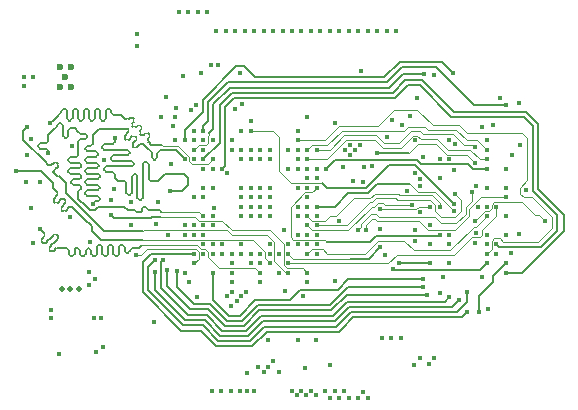
<source format=gbr>
%TF.GenerationSoftware,KiCad,Pcbnew,8.0.3*%
%TF.CreationDate,2024-07-19T10:15:31+08:00*%
%TF.ProjectId,h750xb_core,68373530-7862-45f6-936f-72652e6b6963,rev?*%
%TF.SameCoordinates,Original*%
%TF.FileFunction,Copper,L3,Inr*%
%TF.FilePolarity,Positive*%
%FSLAX46Y46*%
G04 Gerber Fmt 4.6, Leading zero omitted, Abs format (unit mm)*
G04 Created by KiCad (PCBNEW 8.0.3) date 2024-07-19 10:15:31*
%MOMM*%
%LPD*%
G01*
G04 APERTURE LIST*
%TA.AperFunction,HeatsinkPad*%
%ADD10C,0.500000*%
%TD*%
%TA.AperFunction,ComponentPad*%
%ADD11C,0.600000*%
%TD*%
%TA.AperFunction,ViaPad*%
%ADD12C,0.400000*%
%TD*%
%TA.AperFunction,Conductor*%
%ADD13C,0.088900*%
%TD*%
%TA.AperFunction,Conductor*%
%ADD14C,0.142494*%
%TD*%
%TA.AperFunction,Conductor*%
%ADD15C,0.156464*%
%TD*%
G04 APERTURE END LIST*
D10*
%TO.N,GND*%
%TO.C,U3*%
X20953800Y-101660500D03*
X21703800Y-101660500D03*
X22453800Y-101660500D03*
%TD*%
D11*
%TO.N,GND*%
%TO.C,U2*%
X20789400Y-82847000D03*
X20789400Y-84567000D03*
X21269400Y-83707000D03*
X21749400Y-82847000D03*
X21749400Y-84567000D03*
%TD*%
D12*
%TO.N,GND*%
X31370400Y-100248000D03*
X38570400Y-94648000D03*
X35326635Y-103104682D03*
X37770400Y-94648000D03*
X56986702Y-89039063D03*
X58570400Y-91464000D03*
X40970400Y-88248000D03*
X47270400Y-91248000D03*
X51587098Y-90495314D03*
X36970400Y-95448000D03*
X46270400Y-83148000D03*
X36070400Y-83348000D03*
X35370400Y-100248000D03*
X42470400Y-105937666D03*
X53770400Y-89048000D03*
X32170400Y-93848000D03*
X50870400Y-97528000D03*
X32419671Y-102277494D03*
X36170400Y-95448000D03*
X26870799Y-96186582D03*
X40170400Y-89848000D03*
X36170400Y-94648000D03*
X36170400Y-93848000D03*
X35370400Y-101848000D03*
X38570400Y-93048000D03*
X37770400Y-95448000D03*
X24470400Y-106548000D03*
X44070400Y-100948000D03*
X42570400Y-91448000D03*
X57470400Y-87748000D03*
X38570400Y-95448000D03*
X38570400Y-93848000D03*
X36970400Y-99448000D03*
X23730600Y-104077800D03*
X21647530Y-95570866D03*
X31249590Y-83589621D03*
X25423435Y-93135092D03*
X24314800Y-104077800D03*
X36970400Y-93848000D03*
X36170400Y-93048000D03*
X48870400Y-105748000D03*
X38570400Y-89848000D03*
X37770400Y-93048000D03*
X42570400Y-95448000D03*
X37770400Y-93848000D03*
X36970400Y-94648000D03*
X36170400Y-88248000D03*
X53770400Y-99448000D03*
X32170400Y-88248000D03*
X36970400Y-87448000D03*
X42570400Y-98648000D03*
X51270400Y-92348000D03*
X18066400Y-90260200D03*
X38470400Y-105948000D03*
X52963120Y-101973483D03*
X21820400Y-89532798D03*
X36970400Y-93048000D03*
X32170400Y-90648000D03*
X58570400Y-97048000D03*
X31370400Y-97048000D03*
X26870400Y-94248000D03*
X28747101Y-104438639D03*
X44070400Y-87548000D03*
X43670400Y-108048000D03*
X57770400Y-98648000D03*
X30431589Y-87848000D03*
X53770400Y-97048000D03*
%TO.N,+3V3*%
X38570400Y-90648000D03*
X59740399Y-89448000D03*
X50870400Y-89048000D03*
X41570400Y-108317700D03*
X42470400Y-110648000D03*
X36210449Y-86004235D03*
X23806800Y-100750400D03*
X17736200Y-84469000D03*
X50870400Y-91848000D03*
X18523600Y-97778600D03*
X59070400Y-90248000D03*
X34570400Y-97848000D03*
X23273400Y-100217000D03*
X41270400Y-110248000D03*
X33770400Y-96248000D03*
X42070400Y-110248000D03*
X39770400Y-96648000D03*
X34970400Y-91848000D03*
X20758800Y-107100400D03*
X36170400Y-90648000D03*
X59690400Y-96948000D03*
X50870400Y-96648000D03*
X56570400Y-87948000D03*
X33770400Y-93048000D03*
X18574400Y-83656200D03*
X40470400Y-110248000D03*
X56059561Y-96849273D03*
X40870400Y-110648000D03*
X56570400Y-100648000D03*
X40970400Y-95448000D03*
X37770400Y-90648000D03*
X36970400Y-90648000D03*
X23273400Y-101283800D03*
X53226635Y-100654682D03*
X17920399Y-92598001D03*
X38570400Y-97848000D03*
X41670400Y-110648000D03*
X17761600Y-83656200D03*
X41729984Y-87078232D03*
X60306400Y-93264000D03*
X40970400Y-93048000D03*
X36170400Y-97848000D03*
X58970400Y-98611270D03*
X40170400Y-91448000D03*
X40970400Y-94648000D03*
%TO.N,Net-(U1-VREF+)*%
X39913000Y-101791800D03*
%TO.N,Net-(U1-VREF-)*%
X41370400Y-102248000D03*
%TO.N,/mcu/VDDA*%
X40970400Y-105937666D03*
%TO.N,/mcu/VSSA*%
X41770400Y-101048000D03*
%TO.N,/mcu/VCAP*%
X27370400Y-80048000D03*
X28970400Y-96133599D03*
X32340168Y-86048000D03*
X32800138Y-83348000D03*
X46479699Y-92543763D03*
%TO.N,/mcu/VDDLDO*%
X27370400Y-81048000D03*
X29970400Y-97048000D03*
X46570400Y-91278232D03*
X29770400Y-85363600D03*
X31916505Y-86501895D03*
%TO.N,Net-(U1-PDR_ON)*%
X33770400Y-95448000D03*
%TO.N,/PJ3*%
X52500632Y-107448000D03*
%TO.N,/PI15*%
X41770400Y-97848000D03*
%TO.N,VBUS*%
X20070400Y-104048000D03*
X20070400Y-103448000D03*
%TO.N,/PJ0*%
X40970400Y-97048000D03*
%TO.N,/PJ4*%
X44470400Y-95848000D03*
%TO.N,/PI14*%
X35770400Y-102648000D03*
%TO.N,/PI11*%
X34570400Y-98648000D03*
%TO.N,/mcu/QSPI_CLK*%
X38570400Y-99448000D03*
X17111274Y-91654095D03*
X18370400Y-88898000D03*
X18370400Y-94748000D03*
%TO.N,/mcu/SDRAM_CS#*%
X40170400Y-99448000D03*
X57770400Y-94648000D03*
%TO.N,/PK6*%
X32170400Y-96248000D03*
%TO.N,/mcu/QSPI1_IO3*%
X37770400Y-100247999D03*
X19120400Y-96540069D03*
%TO.N,/mcu/SDRAM_BA1*%
X56970400Y-94648000D03*
X35370400Y-89848000D03*
%TO.N,/mcu/SDRAM_A8*%
X52970400Y-94648000D03*
X41770400Y-95448000D03*
%TO.N,/mcu/SDRAM_D5*%
X56970400Y-97848000D03*
X47950945Y-96548000D03*
%TO.N,/mcu/SDRAM_A5*%
X36970400Y-98648000D03*
X51313714Y-92904678D03*
%TO.N,/mcu/SDRAM_D13*%
X48378427Y-98749261D03*
X48507180Y-88777438D03*
%TO.N,/mcu/SDRAM_A4*%
X37770400Y-98648000D03*
X50197913Y-93298016D03*
%TO.N,/PI13*%
X36170400Y-102248000D03*
%TO.N,/mcu/SDRAM_D2*%
X32970400Y-90648000D03*
X58570400Y-100248000D03*
%TO.N,/mcu/SDRAM_D31*%
X52970400Y-90648000D03*
X34970400Y-102248000D03*
%TO.N,/PI8*%
X33770400Y-98648000D03*
%TO.N,/PJ13*%
X32970400Y-93848000D03*
%TO.N,/mcu/SDRAM_CAS*%
X55970400Y-95848000D03*
X61926635Y-95848000D03*
X32970400Y-97048000D03*
%TO.N,/PJ1*%
X41770400Y-97048000D03*
%TO.N,/mcu/SDRAM_CKE*%
X40170400Y-98648000D03*
X47950945Y-98064389D03*
X52170400Y-94648000D03*
X47950946Y-94877438D03*
%TO.N,/mcu/QSPI1_IO0*%
X19120400Y-92548000D03*
X20008327Y-87614238D03*
X33770400Y-90648000D03*
%TO.N,/mcu/SDRAM_D15*%
X52170400Y-99448000D03*
X49761127Y-87708534D03*
X49538075Y-99404684D03*
%TO.N,/PJ2*%
X52070400Y-107948000D03*
%TO.N,/mcu/SDRAM_D6*%
X55970400Y-97748000D03*
X41770400Y-94648000D03*
%TO.N,/PK7*%
X32970400Y-96248000D03*
%TO.N,/mcu/SDRAM_DQM0*%
X32170400Y-98648000D03*
X55263718Y-103541318D03*
%TO.N,/PJ14*%
X32970400Y-93048000D03*
%TO.N,/PI12*%
X36570400Y-101848000D03*
%TO.N,/mcu/SDRAM_D18*%
X56970400Y-90648000D03*
X41770400Y-90648000D03*
%TO.N,/mcu/SDRAM_A10*%
X46050984Y-96631971D03*
X55670400Y-93448000D03*
%TO.N,/mcu/SDRAM_D12*%
X42570400Y-92248000D03*
X52170400Y-96248000D03*
%TO.N,/PJ5*%
X41770400Y-91448000D03*
%TO.N,/mcu/SDRAM_CLK*%
X51312825Y-95114979D03*
X35370400Y-89048000D03*
%TO.N,/PJ11*%
X37770400Y-89848000D03*
%TO.N,/PG6*%
X43670400Y-79748000D03*
%TO.N,/mcu/QSPI_CS*%
X23583330Y-94398000D03*
X31370400Y-90648000D03*
%TO.N,/mcu/QSPI2_IO0*%
X40170400Y-100248000D03*
X18070400Y-87898000D03*
%TO.N,/mcu/SDRAM_D27*%
X32170400Y-89848000D03*
X51670400Y-83411220D03*
%TO.N,/mcu/SDRAM_D25*%
X30570400Y-89048000D03*
X51069467Y-85420561D03*
%TO.N,/mcu/QSPI2_IO3*%
X32970400Y-95448000D03*
X19820400Y-90148000D03*
%TO.N,/PJ10*%
X46070400Y-79748000D03*
%TO.N,/mcu/SDRAM_DQM3*%
X28826635Y-100163766D03*
X54573656Y-102565049D03*
%TO.N,/mcu/SDRAM_A2*%
X56070400Y-92948000D03*
X35370400Y-101048000D03*
%TO.N,/PH7*%
X44764931Y-91328539D03*
%TO.N,/mcu/SDRAM_D0*%
X49033957Y-99908801D03*
X48970400Y-87348000D03*
X56970400Y-99448000D03*
%TO.N,/mcu/SDRAM_D7*%
X56970400Y-97048000D03*
X41770400Y-93848000D03*
%TO.N,/mcu/SDRAM_D19*%
X41770400Y-89848000D03*
X56970400Y-89848000D03*
%TO.N,/PJ6*%
X47670400Y-79748000D03*
%TO.N,/mcu/SDRAM_A12*%
X36970400Y-88248000D03*
X54170400Y-94447992D03*
%TO.N,/mcu/SDRAM_A3*%
X36170400Y-98648000D03*
X52970400Y-92248000D03*
%TO.N,/PH6*%
X45638165Y-92458203D03*
%TO.N,/mcu/SDRAM_D9*%
X42570400Y-93048000D03*
X52970400Y-97048000D03*
%TO.N,/mcu/SDRAM_A7*%
X50640355Y-94480424D03*
X41770400Y-96248000D03*
%TO.N,/PK3*%
X36070400Y-110248000D03*
%TO.N,/PG13*%
X33670400Y-110248000D03*
%TO.N,/mcu/SDRAM_D24*%
X29370400Y-87048000D03*
X52527925Y-83502039D03*
%TO.N,/PJ8*%
X40970400Y-90648000D03*
%TO.N,/mcu/SDRAM_RAS*%
X57070257Y-103347857D03*
X58570400Y-95448000D03*
%TO.N,/PJ15*%
X33270400Y-78148000D03*
%TO.N,/mcu/SDRAM_DQM2*%
X55270400Y-101848000D03*
X28847503Y-99204235D03*
%TO.N,/PG10*%
X31670400Y-78148000D03*
%TO.N,/mcu/QSPI2_IO2*%
X25470400Y-88841765D03*
X30170400Y-93348000D03*
%TO.N,/mcu/SDRAM_A0*%
X35370400Y-98648000D03*
X56970400Y-93048000D03*
%TO.N,/mcu/QSPI1_IO2*%
X25166260Y-94119965D03*
X27220400Y-98754235D03*
X32170400Y-99448000D03*
%TO.N,/mcu/QSPI1_IO1*%
X23373573Y-97627323D03*
X30233000Y-91047600D03*
%TO.N,/PJ7*%
X40970400Y-89848000D03*
%TO.N,/mcu/SDRAM_D26*%
X54083600Y-83306443D03*
X31370400Y-89048000D03*
%TO.N,/mcu/VBAT*%
X31770400Y-101067200D03*
X23870400Y-106948000D03*
%TO.N,/PH4*%
X43670400Y-110848000D03*
%TO.N,/mcu/SDRAM_A11*%
X58570400Y-93848000D03*
X46763446Y-96657721D03*
%TO.N,/PK4*%
X35270400Y-110248000D03*
%TO.N,/PK2*%
X42870400Y-79748000D03*
%TO.N,/PG11*%
X32470400Y-78148000D03*
%TO.N,/mcu/SDRAM_D21*%
X58570400Y-86064283D03*
X32970400Y-88248000D03*
%TO.N,/mcu/SDRAM_D30*%
X51520400Y-100798000D03*
X33812638Y-100248000D03*
X53770400Y-90648000D03*
%TO.N,/mcu/QSPI2_IO1*%
X24520400Y-90674870D03*
X25155132Y-95397997D03*
X41770400Y-100248000D03*
%TO.N,/PJ9*%
X46870400Y-79748000D03*
%TO.N,/mcu/SDRAM_D29*%
X54299825Y-89318575D03*
X51862607Y-102119866D03*
X29870400Y-100048000D03*
%TO.N,/mcu/SDRAM_A6*%
X54243215Y-93563437D03*
X42570400Y-96248000D03*
%TO.N,/mcu/SDRAM_BA0*%
X36170400Y-89848000D03*
X56200733Y-94678333D03*
%TO.N,/PG7*%
X35623671Y-86367085D03*
%TO.N,/PG3*%
X44470400Y-79748000D03*
%TO.N,/PK0*%
X36970400Y-89848000D03*
%TO.N,/mcu/SDRAM_A9*%
X54170414Y-95048000D03*
X42570400Y-94648000D03*
%TO.N,/mcu/SDRAM_D17*%
X47670400Y-90157298D03*
X55970400Y-90948000D03*
%TO.N,/mcu/SDRAM_D16*%
X56970400Y-91448000D03*
X43370400Y-91448000D03*
%TO.N,/PK1*%
X45270400Y-79748000D03*
%TO.N,/PK5*%
X34470400Y-110248000D03*
%TO.N,/PG12*%
X30870400Y-78148000D03*
%TO.N,/mcu/SDRAM_D3*%
X57770400Y-97848000D03*
X34570400Y-91448000D03*
%TO.N,/mcu/SDRAM_A1*%
X58570400Y-93048000D03*
X35370400Y-99448000D03*
%TO.N,/mcu/SDRAM_D28*%
X51570398Y-101448000D03*
X30720400Y-100098000D03*
X54173950Y-91548000D03*
%TO.N,/mcu/SDRAM_DQM1*%
X29563650Y-99201118D03*
X53779403Y-102309018D03*
%TO.N,/PJ12*%
X36470400Y-79748000D03*
%TO.N,/mcu/SDRAM_WE*%
X41770400Y-98648000D03*
X56970400Y-95448000D03*
%TO.N,/mcu/SDRAM_D14*%
X50470400Y-86988453D03*
X53770400Y-97848000D03*
%TO.N,/mcu/SDRAM_D1*%
X56970400Y-98648000D03*
X40970400Y-89048000D03*
%TO.N,/mcu/SDRAM_D22*%
X30656504Y-86334104D03*
X59697856Y-85853014D03*
%TO.N,/mcu/SDRAM_D20*%
X55970400Y-89648000D03*
X42570400Y-89848000D03*
%TO.N,/mcu/SDRAM_D23*%
X58076437Y-85501063D03*
X30570400Y-87048000D03*
%TO.N,/mcu/SDRAM_D8*%
X52170400Y-97848000D03*
X41770400Y-93048000D03*
%TO.N,/mcu/SDRAM_D4*%
X58570400Y-99448000D03*
X56270400Y-103548000D03*
%TO.N,/PC0*%
X39370400Y-108648000D03*
%TO.N,/PD13*%
X48470400Y-79748000D03*
%TO.N,/PC2_C*%
X44076000Y-110248000D03*
%TO.N,/PA1_C*%
X46070400Y-110848000D03*
%TO.N,/PF9*%
X39370400Y-98648000D03*
%TO.N,/PF7*%
X37770400Y-99448000D03*
%TO.N,/PA0_C*%
X45270400Y-110848000D03*
%TO.N,/PF8*%
X38570400Y-98648000D03*
%TO.N,/PC3_C*%
X44470400Y-110848000D03*
%TO.N,/PC13*%
X38840168Y-107748000D03*
%TO.N,/PD11*%
X46200632Y-89448000D03*
%TO.N,/PC1*%
X39370400Y-100248000D03*
%TO.N,/PD12*%
X49270400Y-79748000D03*
%TO.N,/PC12*%
X38870400Y-79748000D03*
%TO.N,/NRST*%
X37770400Y-101048000D03*
%TO.N,/BOOT0*%
X33837842Y-94787552D03*
X29123197Y-94248000D03*
%TO.N,/PB2*%
X42570400Y-97048000D03*
%TO.N,/PB9*%
X32970400Y-98648000D03*
%TO.N,/PB8*%
X32970400Y-97848000D03*
%TO.N,/PA4*%
X48070400Y-105748000D03*
%TO.N,/PA1*%
X40170400Y-97848000D03*
%TO.N,/PB4*%
X31370400Y-96248000D03*
%TO.N,/PA7*%
X42570400Y-97848000D03*
%TO.N,/PB1*%
X51270400Y-107448000D03*
%TO.N,/PA0*%
X40970400Y-97848000D03*
%TO.N,/PB0*%
X50770400Y-108048000D03*
%TO.N,/PB3*%
X32170400Y-97048000D03*
%TO.N,/PA14*%
X40470400Y-79748000D03*
%TO.N,/PA9*%
X32970400Y-89048000D03*
%TO.N,/PA6*%
X44881600Y-110248000D03*
%TO.N,/PB7*%
X37270400Y-110248000D03*
%TO.N,/PB15*%
X45770400Y-89848000D03*
%TO.N,/PA15*%
X39670400Y-79748000D03*
%TO.N,/PA11*%
X34170400Y-82648000D03*
%TO.N,/PA10*%
X32970400Y-89848000D03*
%TO.N,/PB14*%
X45370400Y-89448000D03*
%TO.N,/PB10*%
X41770400Y-92248000D03*
%TO.N,/PB11*%
X40970400Y-91448000D03*
%TO.N,/PA12*%
X33570400Y-82648000D03*
%TO.N,/PB13*%
X45370400Y-90248000D03*
%TO.N,/PB5*%
X36670400Y-110248000D03*
%TO.N,/PB6*%
X36670400Y-108712088D03*
%TO.N,/PA5*%
X46870400Y-110848000D03*
%TO.N,/PB12*%
X44970400Y-89848000D03*
%TO.N,/PA8*%
X33770400Y-89048000D03*
%TO.N,/PA3*%
X46500632Y-110348000D03*
%TO.N,/PA2*%
X43270400Y-110248000D03*
%TO.N,/PA13*%
X32170400Y-89048000D03*
%TO.N,/PC5*%
X49670400Y-105748000D03*
%TO.N,/PE6*%
X33770400Y-97848000D03*
%TO.N,/PC7*%
X41270400Y-79748000D03*
%TO.N,/PD3*%
X37270400Y-79748000D03*
%TO.N,/PE4*%
X38070400Y-108648000D03*
%TO.N,/PC8*%
X33770400Y-91448000D03*
%TO.N,/PD5*%
X35670400Y-79748000D03*
%TO.N,/PD6*%
X34870400Y-79748000D03*
%TO.N,/PE5*%
X38470400Y-108248000D03*
%TO.N,/PD2*%
X32970400Y-91448000D03*
%TO.N,/PD4*%
X38070400Y-79748000D03*
%TO.N,/PD7*%
X34070400Y-79748000D03*
%TO.N,/PE3*%
X37609936Y-108248000D03*
%TO.N,/PC6*%
X42070400Y-79748000D03*
%TD*%
D13*
%TO.N,/mcu/QSPI_CLK*%
X38570400Y-99448000D02*
X38170400Y-99048000D01*
D14*
X20270400Y-92698000D02*
X20270400Y-93080806D01*
X20300538Y-94262818D02*
X20366921Y-94329201D01*
D13*
X37131065Y-97448000D02*
X27870400Y-97448000D01*
D14*
X21208385Y-94018791D02*
X21274768Y-94085174D01*
X17111274Y-91654095D02*
X19226495Y-91654095D01*
X24268752Y-97448000D02*
X27870400Y-97448000D01*
X22890495Y-95700901D02*
X23518752Y-96329158D01*
X19226495Y-91654095D02*
X20270400Y-92698000D01*
X20610948Y-93686881D02*
X20300538Y-93997290D01*
X23518752Y-96329158D02*
X23518752Y-96698000D01*
X21872204Y-94682610D02*
X21938588Y-94748994D01*
X20632448Y-94329201D02*
X20942857Y-94018791D01*
X23518752Y-96698000D02*
X24268752Y-97448000D01*
X21938588Y-94748994D02*
X22890495Y-95700901D01*
D13*
X38170400Y-98487335D02*
X37131065Y-97448000D01*
X38170400Y-99048000D02*
X38170400Y-98487335D01*
D14*
X20964382Y-94926613D02*
X21030765Y-94992996D01*
X21274768Y-94350701D02*
X20964382Y-94661086D01*
X21296292Y-94992996D02*
X21606677Y-94682610D01*
X20270400Y-93080806D02*
X20610948Y-93421354D01*
X21030765Y-94992996D02*
G75*
G03*
X21296292Y-94992997I132764J132765D01*
G01*
X20964382Y-94661086D02*
G75*
G03*
X20964431Y-94926563I132718J-132714D01*
G01*
X21274768Y-94085174D02*
G75*
G02*
X21274731Y-94350663I-132768J-132726D01*
G01*
X20610948Y-93421354D02*
G75*
G02*
X20610931Y-93686863I-132748J-132746D01*
G01*
X20300538Y-93997290D02*
G75*
G03*
X20300492Y-94262864I132762J-132810D01*
G01*
X20366921Y-94329201D02*
G75*
G03*
X20632448Y-94329202I132764J132765D01*
G01*
X20942857Y-94018791D02*
G75*
G02*
X21208385Y-94018791I132764J-132763D01*
G01*
X21606677Y-94682610D02*
G75*
G02*
X21872204Y-94682609I132764J-132765D01*
G01*
D13*
%TO.N,/mcu/SDRAM_CS#*%
X48618176Y-99451485D02*
X49351099Y-98718562D01*
X56370400Y-97248000D02*
X56570400Y-97048000D01*
X57770400Y-95448000D02*
X57770400Y-94648000D01*
X55670400Y-97248000D02*
X56370400Y-97248000D01*
X56570400Y-96648000D02*
X57770400Y-95448000D01*
X40170400Y-99448000D02*
X45370400Y-99448000D01*
X49351099Y-98718562D02*
X54199838Y-98718562D01*
X56570400Y-97048000D02*
X56570400Y-96648000D01*
X45373885Y-99451485D02*
X48618176Y-99451485D01*
X45370400Y-99448000D02*
X45373885Y-99451485D01*
X54199838Y-98718562D02*
X55670400Y-97248000D01*
D14*
%TO.N,/mcu/QSPI1_IO3*%
X23002446Y-98371314D02*
X23002446Y-98684256D01*
X24880014Y-98040899D02*
X24880014Y-98183558D01*
X19945181Y-98072909D02*
X20166447Y-97851644D01*
X22251418Y-98183558D02*
X22063662Y-98183558D01*
X23941230Y-98040889D02*
X23941230Y-98183558D01*
X19834536Y-97519732D02*
X19613214Y-97741054D01*
X24410622Y-98183558D02*
X24410622Y-98040889D01*
X19347688Y-97741055D02*
X19281304Y-97674671D01*
X26288190Y-98371314D02*
X26288190Y-98183558D01*
D13*
X32768226Y-98248000D02*
X33131065Y-98248000D01*
X32393653Y-97873427D02*
X32768226Y-98248000D01*
D14*
X26145536Y-97898249D02*
X25961452Y-97898249D01*
X25631042Y-98872021D02*
X25537162Y-98872021D01*
X20011568Y-98404823D02*
X19945182Y-98338437D01*
X25818798Y-98040903D02*
X25818798Y-98183558D01*
X22063662Y-98183558D02*
X22063662Y-98371314D01*
D13*
X34273950Y-99851550D02*
X37373951Y-99851550D01*
X33131065Y-98248000D02*
X33373950Y-98490885D01*
D14*
X19967301Y-97386970D02*
X19834536Y-97519732D01*
X21875906Y-98873558D02*
X21782026Y-98873558D01*
X23941230Y-98371314D02*
X23941230Y-98684265D01*
X20299211Y-97718880D02*
X20299213Y-97718882D01*
X25206747Y-97898240D02*
X25022673Y-97898240D01*
X20299213Y-97718882D02*
X20653280Y-97364814D01*
X23941230Y-98183558D02*
X23941230Y-98371314D01*
X22533054Y-98684256D02*
X22533054Y-98371314D01*
X19436244Y-96855913D02*
X19120400Y-96540069D01*
D13*
X33373950Y-98490885D02*
X33373950Y-98951550D01*
D14*
X20653280Y-97099287D02*
X20586895Y-97032902D01*
X27484842Y-98183558D02*
X26945338Y-98183558D01*
X25349406Y-98183558D02*
X25349406Y-98040899D01*
X23753474Y-98872021D02*
X23659594Y-98872021D01*
X24880014Y-98183558D02*
X24880014Y-98684265D01*
X19502625Y-96922293D02*
X19436244Y-96855913D01*
X26569826Y-98572020D02*
X26475946Y-98572020D01*
X23284082Y-98183558D02*
X23190202Y-98183558D01*
X19281303Y-97409143D02*
X19502626Y-97187821D01*
X26288190Y-98183558D02*
X26288190Y-98040903D01*
X21406514Y-98183558D02*
X21312634Y-98183558D01*
X22345298Y-98183558D02*
X22251418Y-98183558D01*
X24410622Y-98684265D02*
X24410622Y-98183558D01*
D13*
X37373951Y-99851550D02*
X37770400Y-100247999D01*
D14*
X26757582Y-98371314D02*
X26757582Y-98384264D01*
X24267954Y-97898221D02*
X24083898Y-97898221D01*
X22063662Y-98371314D02*
X22063662Y-98685802D01*
X21312634Y-98183558D02*
X20793242Y-98183558D01*
X25349406Y-98684265D02*
X25349406Y-98183558D01*
X26288190Y-98384264D02*
X26288190Y-98371314D01*
D13*
X33373950Y-98951550D02*
X34273950Y-99851550D01*
D14*
X20166447Y-97851644D02*
X20299211Y-97718880D01*
X20498361Y-98183558D02*
X20277094Y-98404822D01*
X20793242Y-98183558D02*
X20763889Y-98183558D01*
X19967300Y-97386969D02*
X19967301Y-97386970D01*
X20321368Y-97032902D02*
X19967300Y-97386969D01*
D13*
X27794973Y-97873427D02*
X32393653Y-97873427D01*
D14*
X25818798Y-98183558D02*
X25818798Y-98684265D01*
X27794973Y-97873427D02*
X27484842Y-98183558D01*
X23471838Y-98684265D02*
X23471838Y-98371314D01*
X22814690Y-98872012D02*
X22720810Y-98872012D01*
X24692258Y-98872021D02*
X24598378Y-98872021D01*
X21594270Y-98685802D02*
X21594270Y-98371314D01*
X22063662Y-98685802D02*
G75*
G02*
X21875906Y-98873562I-187762J2D01*
G01*
X25349406Y-98040899D02*
G75*
G03*
X25206747Y-97898194I-142706J-1D01*
G01*
X20763889Y-98183558D02*
G75*
G03*
X20498361Y-98183558I-132764J-132759D01*
G01*
X23002446Y-98684256D02*
G75*
G02*
X22814690Y-98872046I-187746J-44D01*
G01*
X25961452Y-97898249D02*
G75*
G03*
X25818849Y-98040903I48J-142651D01*
G01*
X19502626Y-97187821D02*
G75*
G03*
X19502583Y-96922336I-132726J132721D01*
G01*
X26945338Y-98183558D02*
G75*
G03*
X26757558Y-98371314I-38J-187742D01*
G01*
X23190202Y-98183558D02*
G75*
G03*
X23002458Y-98371314I-2J-187742D01*
G01*
X25022673Y-97898240D02*
G75*
G03*
X24880040Y-98040899I27J-142660D01*
G01*
X24598378Y-98872021D02*
G75*
G02*
X24410679Y-98684265I22J187721D01*
G01*
X20277094Y-98404822D02*
G75*
G02*
X20011537Y-98404854I-132794J132722D01*
G01*
X24083898Y-97898221D02*
G75*
G03*
X23941221Y-98040889I2J-142679D01*
G01*
X19613214Y-97741054D02*
G75*
G02*
X19347738Y-97741006I-132714J132754D01*
G01*
X23659594Y-98872021D02*
G75*
G02*
X23471879Y-98684265I6J187721D01*
G01*
X25537162Y-98872021D02*
G75*
G02*
X25349479Y-98684265I38J187721D01*
G01*
X25818798Y-98684265D02*
G75*
G02*
X25631042Y-98872098I-187798J-35D01*
G01*
X23941230Y-98684265D02*
G75*
G02*
X23753474Y-98872030I-187730J-35D01*
G01*
X26757582Y-98384264D02*
G75*
G02*
X26569826Y-98572082I-187782J-36D01*
G01*
X20586895Y-97032902D02*
G75*
G03*
X20321369Y-97032902I-132763J-132762D01*
G01*
X21594270Y-98371314D02*
G75*
G03*
X21406514Y-98183530I-187770J14D01*
G01*
X22533054Y-98371314D02*
G75*
G03*
X22345298Y-98183546I-187754J14D01*
G01*
X24880014Y-98684265D02*
G75*
G02*
X24692258Y-98872014I-187714J-35D01*
G01*
X19281304Y-97674671D02*
G75*
G02*
X19281296Y-97409137I132796J132771D01*
G01*
X21782026Y-98873558D02*
G75*
G02*
X21594242Y-98685802I-26J187758D01*
G01*
X26475946Y-98572020D02*
G75*
G02*
X26288180Y-98384264I-46J187720D01*
G01*
X26288190Y-98040903D02*
G75*
G03*
X26145536Y-97898210I-142690J3D01*
G01*
X23471838Y-98371314D02*
G75*
G03*
X23284082Y-98183562I-187738J14D01*
G01*
X24410622Y-98040889D02*
G75*
G03*
X24267954Y-97898278I-142622J-11D01*
G01*
X19945182Y-98338437D02*
G75*
G02*
X19945208Y-98072937I132718J132737D01*
G01*
X22720810Y-98872012D02*
G75*
G02*
X22533088Y-98684256I-10J187712D01*
G01*
X20653280Y-97364814D02*
G75*
G03*
X20653231Y-97099337I-132780J132714D01*
G01*
D13*
%TO.N,/mcu/SDRAM_A8*%
X52316866Y-93694466D02*
X52970400Y-94348000D01*
X52970400Y-94348000D02*
X52970400Y-94648000D01*
X42166850Y-95844450D02*
X43270400Y-95844450D01*
X43270400Y-95844450D02*
X43666850Y-95448000D01*
X45716806Y-93901594D02*
X47102479Y-93901594D01*
X47456073Y-93548000D02*
X49478816Y-93548000D01*
X49625282Y-93694466D02*
X52316866Y-93694466D01*
X47102479Y-93901594D02*
X47456073Y-93548000D01*
X44170400Y-95448000D02*
X45716806Y-93901594D01*
X41770400Y-95448000D02*
X42166850Y-95844450D01*
X49478816Y-93548000D02*
X49625282Y-93694466D01*
X43666850Y-95448000D02*
X44170400Y-95448000D01*
D14*
%TO.N,/mcu/SDRAM_D2*%
X61297882Y-93170931D02*
X63470400Y-95343449D01*
X59970400Y-100248000D02*
X58570400Y-100248000D01*
X61297882Y-87670931D02*
X61297882Y-93170931D01*
X63470400Y-96748000D02*
X59970400Y-100248000D01*
X34370400Y-89248000D02*
X34370400Y-86043449D01*
X48997882Y-85020518D02*
X50070400Y-83948000D01*
X60247469Y-86620518D02*
X61297882Y-87670931D01*
X51474950Y-83948000D02*
X54147468Y-86620518D01*
X34370400Y-86043449D02*
X35393331Y-85020518D01*
X35393331Y-85020518D02*
X48997882Y-85020518D01*
X54147468Y-86620518D02*
X60247469Y-86620518D01*
X63470400Y-95343449D02*
X63470400Y-96748000D01*
X50070400Y-83948000D02*
X51474950Y-83948000D01*
X32970400Y-90648000D02*
X34370400Y-89248000D01*
D13*
%TO.N,/mcu/SDRAM_CAS*%
X61012900Y-95328238D02*
X61406873Y-95328238D01*
X57370400Y-94808665D02*
X57370400Y-94487335D01*
X57370400Y-94487335D02*
X57609735Y-94248000D01*
X61406873Y-95328238D02*
X61926635Y-95848000D01*
X57134615Y-95044450D02*
X57370400Y-94808665D01*
X59932662Y-94248000D02*
X61012900Y-95328238D01*
X56773950Y-95044450D02*
X57134615Y-95044450D01*
X57609735Y-94248000D02*
X59932662Y-94248000D01*
X55970400Y-95848000D02*
X56773950Y-95044450D01*
%TO.N,/mcu/SDRAM_CKE*%
X52170400Y-94648000D02*
X51219139Y-94648000D01*
X40573200Y-99050800D02*
X45367600Y-99050800D01*
D14*
X47950945Y-98064389D02*
X46964534Y-99050800D01*
X46964534Y-99050800D02*
X45367600Y-99050800D01*
D13*
X51219139Y-94648000D02*
X50989701Y-94877438D01*
X50989701Y-94877438D02*
X47950946Y-94877438D01*
X40170400Y-98648000D02*
X40573200Y-99050800D01*
D14*
%TO.N,/mcu/QSPI1_IO0*%
X24888342Y-86354717D02*
X24982222Y-86354717D01*
D13*
X33370400Y-91048000D02*
X32570400Y-91048000D01*
D14*
X22353626Y-86864871D02*
X22353626Y-87187246D01*
X27649151Y-87800766D02*
X27715534Y-87867149D01*
X22823018Y-87187246D02*
X22823018Y-86864871D01*
X21602598Y-87375002D02*
X21696478Y-87375002D01*
X23761802Y-86864871D02*
X23761802Y-86542496D01*
X26985314Y-87136963D02*
X27051697Y-87203346D01*
X27620342Y-88493392D02*
X27686726Y-88559776D01*
X22541382Y-87375002D02*
X22635262Y-87375002D01*
X22823018Y-86864871D02*
X22823018Y-86542496D01*
X24231194Y-86864871D02*
X24231194Y-87187246D01*
X24231194Y-86542496D02*
X24231194Y-86864871D01*
X28350546Y-89223596D02*
X28524950Y-89398000D01*
X28524950Y-89398000D02*
X29170400Y-89398000D01*
D13*
X31766850Y-90812215D02*
X31766850Y-90444450D01*
D14*
X27288434Y-87895957D02*
X27383623Y-87800765D01*
X23292410Y-86864871D02*
X23292410Y-87187246D01*
D13*
X30820400Y-89498000D02*
X29570400Y-89498000D01*
D14*
X20008327Y-87614238D02*
X20295891Y-87326674D01*
X28379394Y-88796454D02*
X28284163Y-88891686D01*
X26624614Y-87232137D02*
X26719786Y-87136962D01*
X28284162Y-89157212D02*
X28350546Y-89223596D01*
X24700586Y-86864871D02*
X24700586Y-86677115D01*
X28313012Y-88464545D02*
X28379395Y-88530928D01*
X21414842Y-86677115D02*
X21414842Y-86864871D01*
X23292410Y-86542496D02*
X23292410Y-86864871D01*
X23949558Y-86354740D02*
X24043438Y-86354740D01*
X22353626Y-86542496D02*
X22353626Y-86864871D01*
D13*
X33770400Y-90648000D02*
X33370400Y-91048000D01*
D14*
X21884234Y-87187246D02*
X21884234Y-86864871D01*
X23480166Y-87375002D02*
X23574046Y-87375002D01*
X29170400Y-89398000D02*
X29470400Y-89398000D01*
X23761802Y-87187246D02*
X23761802Y-86864871D01*
D13*
X32570400Y-91048000D02*
X32002635Y-91048000D01*
D14*
X25169978Y-86542473D02*
X25169978Y-86677115D01*
X21414842Y-86864871D02*
X21414842Y-87187246D01*
X26956522Y-87829572D02*
X27022906Y-87895956D01*
X24418950Y-87375002D02*
X24512830Y-87375002D01*
X20663156Y-86959409D02*
X20757694Y-86864871D01*
X25451614Y-86864871D02*
X25991821Y-86864871D01*
X24700586Y-86677115D02*
X24700586Y-86542473D01*
X21133206Y-86354740D02*
X21227086Y-86354740D01*
D13*
X31766850Y-90444450D02*
X30820400Y-89498000D01*
D14*
X20295891Y-87326674D02*
X20663156Y-86959409D01*
X27051696Y-87468872D02*
X26956523Y-87564046D01*
X25991821Y-86864871D02*
X26359086Y-87232136D01*
X27952254Y-88559777D02*
X28047484Y-88464544D01*
X20945450Y-86677115D02*
X20945450Y-86542496D01*
X21884234Y-86864871D02*
X21884234Y-86542496D01*
X22071990Y-86354740D02*
X22165870Y-86354740D01*
X24700586Y-87187246D02*
X24700586Y-86864871D01*
X27715533Y-88132675D02*
X27620343Y-88227866D01*
X21414842Y-86542496D02*
X21414842Y-86677115D01*
D13*
X29570400Y-89498000D02*
X29470400Y-89398000D01*
D14*
X23010774Y-86354740D02*
X23104654Y-86354740D01*
D13*
X32002635Y-91048000D02*
X31766850Y-90812215D01*
D14*
X25357734Y-86864871D02*
X25451614Y-86864871D01*
X22823018Y-86542496D02*
G75*
G02*
X23010774Y-86354718I187782J-4D01*
G01*
X20757694Y-86864871D02*
G75*
G03*
X20945471Y-86677115I6J187771D01*
G01*
X27715534Y-87867149D02*
G75*
G02*
X27715522Y-88132663I-132734J-132751D01*
G01*
X23104654Y-86354740D02*
G75*
G02*
X23292460Y-86542496I46J-187760D01*
G01*
X22353626Y-87187246D02*
G75*
G03*
X22541382Y-87374974I187774J46D01*
G01*
X21884234Y-86542496D02*
G75*
G02*
X22071990Y-86354734I187766J-4D01*
G01*
X28284163Y-88891686D02*
G75*
G03*
X28284211Y-89157162I132737J-132714D01*
G01*
X27383623Y-87800765D02*
G75*
G02*
X27649165Y-87800752I132777J-132735D01*
G01*
X24512830Y-87375002D02*
G75*
G03*
X24700602Y-87187246I-30J187802D01*
G01*
X24231194Y-87187246D02*
G75*
G03*
X24418950Y-87374906I187706J46D01*
G01*
X21414842Y-87187246D02*
G75*
G03*
X21602598Y-87374958I187758J46D01*
G01*
X27051697Y-87203346D02*
G75*
G02*
X27051688Y-87468864I-132797J-132754D01*
G01*
X24982222Y-86354717D02*
G75*
G02*
X25169983Y-86542473I-22J-187783D01*
G01*
X22635262Y-87375002D02*
G75*
G03*
X22823102Y-87187246I38J187802D01*
G01*
X26359086Y-87232136D02*
G75*
G03*
X26624664Y-87232187I132814J132736D01*
G01*
X24043438Y-86354740D02*
G75*
G02*
X24231160Y-86542496I-38J-187760D01*
G01*
X21227086Y-86354740D02*
G75*
G02*
X21414860Y-86542496I14J-187760D01*
G01*
X20945450Y-86542496D02*
G75*
G02*
X21133206Y-86354750I187750J-4D01*
G01*
X23761802Y-86542496D02*
G75*
G02*
X23949558Y-86354702I187798J-4D01*
G01*
X21696478Y-87375002D02*
G75*
G03*
X21884302Y-87187246I22J187802D01*
G01*
X28379395Y-88530928D02*
G75*
G02*
X28379404Y-88796463I-132795J-132772D01*
G01*
X28047484Y-88464544D02*
G75*
G02*
X28312964Y-88464592I132716J-132756D01*
G01*
X24700586Y-86542473D02*
G75*
G02*
X24888342Y-86354786I187714J-27D01*
G01*
X23292410Y-87187246D02*
G75*
G03*
X23480166Y-87374990I187790J46D01*
G01*
X27022906Y-87895956D02*
G75*
G03*
X27288463Y-87895987I132794J132756D01*
G01*
X22165870Y-86354740D02*
G75*
G02*
X22353660Y-86542496I30J-187760D01*
G01*
X23574046Y-87375002D02*
G75*
G03*
X23761802Y-87187246I-46J187802D01*
G01*
X27620343Y-88227866D02*
G75*
G03*
X27620371Y-88493362I132757J-132734D01*
G01*
X27686726Y-88559776D02*
G75*
G03*
X27952263Y-88559787I132774J132776D01*
G01*
X26719786Y-87136962D02*
G75*
G02*
X26985264Y-87137012I132714J-132738D01*
G01*
X26956523Y-87564046D02*
G75*
G03*
X26956531Y-87829563I132777J-132754D01*
G01*
X25169978Y-86677115D02*
G75*
G03*
X25357734Y-86864822I187722J15D01*
G01*
%TO.N,/mcu/SDRAM_D15*%
X49538075Y-99404684D02*
X49581391Y-99448000D01*
X49581391Y-99448000D02*
X52170400Y-99448000D01*
%TO.N,/mcu/SDRAM_DQM0*%
X34053023Y-106457928D02*
X32743095Y-105148000D01*
X54819626Y-103985410D02*
X45660290Y-103985410D01*
X27842918Y-101920518D02*
X27842918Y-99375482D01*
X44408843Y-105236858D02*
X38308845Y-105236858D01*
X55263718Y-103541318D02*
X54819626Y-103985410D01*
X37087775Y-106457928D02*
X34053023Y-106457928D01*
X28570400Y-98648000D02*
X32170400Y-98648000D01*
X45660290Y-103985410D02*
X44659256Y-104986445D01*
X32743095Y-105148000D02*
X31070400Y-105148000D01*
X31070400Y-105148000D02*
X27842918Y-101920518D01*
X27842918Y-99375482D02*
X28570400Y-98648000D01*
X44659256Y-104986445D02*
X44408843Y-105236858D01*
X38308845Y-105236858D02*
X37087775Y-106457928D01*
D13*
%TO.N,/mcu/SDRAM_D18*%
X51073950Y-88651550D02*
X51370400Y-88948000D01*
X55570400Y-89848000D02*
X56370400Y-90648000D01*
X49676971Y-89680764D02*
X50706185Y-88651550D01*
X50706185Y-88651550D02*
X51073950Y-88651550D01*
X52770400Y-88948000D02*
X53670400Y-89848000D01*
X41770400Y-90648000D02*
X43399158Y-90648000D01*
X45025270Y-89021888D02*
X47474133Y-89021888D01*
X51370400Y-88948000D02*
X52770400Y-88948000D01*
X56370400Y-90648000D02*
X56970400Y-90648000D01*
X43399158Y-90648000D02*
X45025270Y-89021888D01*
X48133009Y-89680764D02*
X49676971Y-89680764D01*
X47474133Y-89021888D02*
X48133009Y-89680764D01*
X53670400Y-89848000D02*
X55570400Y-89848000D01*
%TO.N,/mcu/SDRAM_A10*%
X52533828Y-95511428D02*
X53070400Y-96048000D01*
X47125533Y-95299576D02*
X47615267Y-95299576D01*
X47827119Y-95511428D02*
X52533828Y-95511428D01*
X47615267Y-95299576D02*
X47827119Y-95511428D01*
X55170400Y-94648000D02*
X55670400Y-94148000D01*
X55670400Y-94148000D02*
X55670400Y-93448000D01*
X53070400Y-96048000D02*
X54370400Y-96048000D01*
X46313570Y-96111539D02*
X47125533Y-95299576D01*
X46313570Y-96369385D02*
X46313570Y-96111539D01*
X54370400Y-96048000D02*
X55170400Y-95248000D01*
X55170400Y-95248000D02*
X55170400Y-94648000D01*
X46050984Y-96631971D02*
X46313570Y-96369385D01*
D14*
%TO.N,/mcu/QSPI_CS*%
X27284220Y-89027347D02*
X27000280Y-89311286D01*
X22963330Y-90736744D02*
X22963330Y-90642864D01*
X23865574Y-89985716D02*
X23583330Y-89985716D01*
X23915574Y-90924500D02*
X23583330Y-90924500D01*
X28315305Y-89792905D02*
X28420400Y-89898000D01*
X26336441Y-88913012D02*
X26402824Y-88979395D01*
X23583330Y-88635070D02*
X24120400Y-88098000D01*
X27217836Y-88695436D02*
X27284220Y-88761820D01*
X23583330Y-92332676D02*
X24015574Y-92332676D01*
X23583330Y-91393892D02*
X23915574Y-91393892D01*
X24203330Y-93083704D02*
X24203330Y-92989824D01*
X24203330Y-92144920D02*
X24203330Y-92051040D01*
X27948040Y-89425640D02*
X28315305Y-89792905D01*
X23583330Y-89328568D02*
X23583330Y-89234688D01*
X22963330Y-89797960D02*
X22963330Y-89704080D01*
X23771086Y-94210244D02*
X24015574Y-94210244D01*
X23583330Y-93740852D02*
X23151086Y-93740852D01*
X28795912Y-90675064D02*
X28889792Y-90675064D01*
X24015574Y-93740852D02*
X23771086Y-93740852D01*
X24120400Y-88098000D02*
X26620400Y-88098000D01*
X29265304Y-89898000D02*
X29359184Y-89898000D01*
X30620400Y-89898000D02*
X31370400Y-90648000D01*
X23583330Y-88848000D02*
X23583330Y-88635070D01*
X24015574Y-91863284D02*
X23583330Y-91863284D01*
X27881656Y-89359256D02*
X27948040Y-89425640D01*
X23151086Y-90455108D02*
X23583330Y-90455108D01*
X27000280Y-89576813D02*
X27066663Y-89643196D01*
X24203330Y-94022488D02*
X24203330Y-93928608D01*
X23151086Y-89516324D02*
X23395574Y-89516324D01*
X24053330Y-90267352D02*
X24053330Y-90173472D01*
X22963330Y-92614312D02*
X22963330Y-92520432D01*
X29359184Y-89898000D02*
X30620400Y-89898000D01*
X26668351Y-88979395D02*
X26952309Y-88695436D01*
X23771086Y-93740852D02*
X23583330Y-93740852D01*
X28608156Y-90085756D02*
X28608156Y-90487308D01*
X22963330Y-93553096D02*
X22963330Y-93459216D01*
X27332190Y-89643196D02*
X27616129Y-89359256D01*
X23583330Y-90455108D02*
X23865574Y-90455108D01*
X24103330Y-91206136D02*
X24103330Y-91112256D01*
X23583330Y-90924500D02*
X23151086Y-90924500D01*
X26620400Y-88363527D02*
X26336441Y-88647485D01*
X23583330Y-92802068D02*
X23151086Y-92802068D01*
X23583330Y-91863284D02*
X23151086Y-91863284D01*
X23395574Y-89985716D02*
X23151086Y-89985716D01*
X23151086Y-93271460D02*
X23583330Y-93271460D01*
X23583330Y-89985716D02*
X23395574Y-89985716D01*
X23583330Y-89234688D02*
X23583330Y-88848000D01*
X24015574Y-92802068D02*
X23583330Y-92802068D01*
X22963330Y-91675528D02*
X22963330Y-91581648D01*
X23151086Y-92332676D02*
X23583330Y-92332676D01*
X23151086Y-91393892D02*
X23583330Y-91393892D01*
X23583330Y-93271460D02*
X24015574Y-93271460D01*
X29077548Y-90487308D02*
X29077548Y-90085756D01*
X22963330Y-90642864D02*
G75*
G02*
X23151086Y-90455130I187770J-36D01*
G01*
X23151086Y-90924500D02*
G75*
G02*
X22963300Y-90736744I14J187800D01*
G01*
X23583330Y-94398000D02*
G75*
G02*
X23771086Y-94210230I187770J0D01*
G01*
X24203330Y-92989824D02*
G75*
G03*
X24015574Y-92802070I-187730J24D01*
G01*
X24015574Y-93271460D02*
G75*
G03*
X24203360Y-93083704I26J187760D01*
G01*
X26402824Y-88979395D02*
G75*
G03*
X26668351Y-88979396I132764J132765D01*
G01*
X27616129Y-89359256D02*
G75*
G02*
X27881656Y-89359255I132764J-132765D01*
G01*
X24103330Y-91112256D02*
G75*
G03*
X23915574Y-90924570I-187730J-44D01*
G01*
X24015574Y-92332676D02*
G75*
G03*
X24203376Y-92144920I26J187776D01*
G01*
X23151086Y-92802068D02*
G75*
G02*
X22963332Y-92614312I14J187768D01*
G01*
X27000280Y-89311286D02*
G75*
G03*
X27000329Y-89576763I132720J-132714D01*
G01*
X22963330Y-92520432D02*
G75*
G02*
X23151086Y-92332630I187770J32D01*
G01*
X24053330Y-90173472D02*
G75*
G03*
X23865574Y-89985770I-187730J-28D01*
G01*
X27066663Y-89643196D02*
G75*
G03*
X27332190Y-89643197I132764J132765D01*
G01*
X22963330Y-89704080D02*
G75*
G02*
X23151086Y-89516330I187770J-20D01*
G01*
X23915574Y-91393892D02*
G75*
G03*
X24103392Y-91206136I26J187792D01*
G01*
X26620400Y-88098000D02*
G75*
G02*
X26620437Y-88363563I-132800J-132800D01*
G01*
X23395574Y-89516324D02*
G75*
G03*
X23583324Y-89328568I26J187724D01*
G01*
X24203330Y-93928608D02*
G75*
G03*
X24015574Y-93740870I-187730J8D01*
G01*
X24203330Y-92051040D02*
G75*
G03*
X24015574Y-91863270I-187730J40D01*
G01*
X26952309Y-88695436D02*
G75*
G02*
X27217836Y-88695435I132764J-132765D01*
G01*
X24015574Y-94210244D02*
G75*
G03*
X24203344Y-94022488I26J187744D01*
G01*
X28608156Y-90487308D02*
G75*
G03*
X28795912Y-90675044I187744J8D01*
G01*
X26336441Y-88647485D02*
G75*
G03*
X26336489Y-88912963I132759J-132715D01*
G01*
X28420400Y-89898000D02*
G75*
G02*
X28608200Y-90085756I0J-187800D01*
G01*
X28889792Y-90675064D02*
G75*
G03*
X29077564Y-90487308I8J187764D01*
G01*
X27284220Y-88761820D02*
G75*
G02*
X27284237Y-89027364I-132720J-132780D01*
G01*
X23865574Y-90455108D02*
G75*
G03*
X24053308Y-90267352I26J187708D01*
G01*
X23151086Y-89985716D02*
G75*
G02*
X22963384Y-89797960I14J187716D01*
G01*
X23151086Y-91863284D02*
G75*
G02*
X22963316Y-91675528I14J187784D01*
G01*
X29077548Y-90085756D02*
G75*
G02*
X29265304Y-89898048I187752J-44D01*
G01*
X22963330Y-93459216D02*
G75*
G02*
X23151086Y-93271430I187770J16D01*
G01*
X22963330Y-91581648D02*
G75*
G02*
X23151086Y-91393830I187770J48D01*
G01*
X23151086Y-93740852D02*
G75*
G02*
X22963348Y-93553096I14J187752D01*
G01*
%TO.N,/mcu/QSPI2_IO0*%
X27870400Y-96748000D02*
X24542144Y-96748000D01*
D13*
X38973950Y-99251550D02*
X38973950Y-97690885D01*
D14*
X19682042Y-90996278D02*
X17714165Y-89028401D01*
X20244742Y-91659738D02*
X20295120Y-91609357D01*
X20549262Y-92065016D02*
X20244742Y-91760496D01*
X20633886Y-91005068D02*
X20567502Y-90938684D01*
D13*
X34973950Y-96651550D02*
X27966850Y-96651550D01*
D14*
X21320400Y-93526256D02*
X21320400Y-92634636D01*
X20295120Y-91609357D02*
X20295123Y-91609359D01*
X21320400Y-92634636D02*
X20750780Y-92065016D01*
D13*
X39970400Y-100248000D02*
X38973950Y-99251550D01*
D14*
X19830447Y-91144684D02*
X19764066Y-91078302D01*
X20295123Y-91609359D02*
X20427886Y-91476595D01*
D13*
X38331065Y-97048000D02*
X35370400Y-97048000D01*
X40170400Y-100248000D02*
X39970400Y-100248000D01*
D14*
X19764066Y-91078302D02*
X19682042Y-90996278D01*
X20427886Y-91476595D02*
X20633886Y-91270595D01*
D13*
X27966850Y-96651550D02*
X27870400Y-96748000D01*
D14*
X20301975Y-90938684D02*
X20095974Y-91144684D01*
D13*
X35370400Y-97048000D02*
X34973950Y-96651550D01*
D14*
X24542144Y-96748000D02*
X21320400Y-93526256D01*
D13*
X38973950Y-97690885D02*
X38331065Y-97048000D01*
D14*
X17714165Y-89028401D02*
X17714165Y-88254235D01*
X17714165Y-88254235D02*
X18070400Y-87898000D01*
X20567502Y-90938684D02*
G75*
G03*
X20301976Y-90938684I-132763J-132762D01*
G01*
X20650020Y-92065015D02*
G75*
G02*
X20549222Y-92065057I-50420J50415D01*
G01*
X20633886Y-91270595D02*
G75*
G03*
X20633918Y-91005037I-132786J132795D01*
G01*
X20244742Y-91760496D02*
G75*
G02*
X20244725Y-91659721I50358J50396D01*
G01*
X20750780Y-92065016D02*
G75*
G03*
X20650020Y-92065016I-50380J-50384D01*
G01*
X20095974Y-91144684D02*
G75*
G02*
X19830448Y-91144684I-132763J132762D01*
G01*
D13*
%TO.N,/mcu/SDRAM_D27*%
X33366850Y-89251550D02*
X33170400Y-89448000D01*
D14*
X35213368Y-84586051D02*
X33810910Y-85988509D01*
X33810910Y-88107490D02*
X33470400Y-88448000D01*
D13*
X33170400Y-89448000D02*
X32570400Y-89448000D01*
X32570400Y-89448000D02*
X32170400Y-89848000D01*
D14*
X33810910Y-85988509D02*
X33810910Y-88107490D01*
D13*
X33470400Y-88598000D02*
X33366850Y-88701550D01*
X33366850Y-88701550D02*
X33366850Y-89251550D01*
D14*
X51670400Y-83411220D02*
X49831488Y-83411220D01*
X48656657Y-84586051D02*
X35213368Y-84586051D01*
D13*
X33470400Y-88448000D02*
X33470400Y-88598000D01*
D14*
X49831488Y-83411220D02*
X48656657Y-84586051D01*
%TO.N,/mcu/QSPI2_IO3*%
X27312894Y-95117976D02*
X27663545Y-95117976D01*
X22566635Y-92911519D02*
X22566635Y-93190911D01*
X27734792Y-94975482D02*
X27734792Y-94811011D01*
X21725497Y-87998000D02*
X21819377Y-87998000D01*
X21786635Y-92534883D02*
X21786635Y-92628763D01*
X21536635Y-90657315D02*
X21536635Y-90751195D01*
X22376635Y-91877735D02*
X22471635Y-91877735D01*
X22999140Y-94600446D02*
X23352929Y-94954235D01*
X29271770Y-94975482D02*
X29370400Y-95074112D01*
X22376635Y-93977941D02*
X22999140Y-94600446D01*
X28368655Y-94975482D02*
X28485820Y-94975482D01*
D13*
X32970400Y-95448000D02*
X32596512Y-95074112D01*
D14*
X19168156Y-89282826D02*
X19632644Y-89282826D01*
X22564391Y-88491991D02*
X22928879Y-88491991D01*
X23813731Y-94954235D02*
X24069966Y-94698000D01*
X21537741Y-88650244D02*
X21537741Y-88185756D01*
X22376635Y-89149139D02*
X22376635Y-89243019D01*
X22376635Y-92816519D02*
X22471635Y-92816519D01*
X20187665Y-88221536D02*
X20411201Y-87998000D01*
X22471635Y-92347127D02*
X22376635Y-92347127D01*
X23116635Y-88679747D02*
X23116635Y-88773627D01*
X22376635Y-93660303D02*
X22376635Y-93977941D01*
X24069966Y-94698000D02*
X26270400Y-94698000D01*
D13*
X32596512Y-95074112D02*
X29370400Y-95074112D01*
D14*
X22376635Y-89762411D02*
X22376635Y-90281803D01*
X21068349Y-87745756D02*
X21068349Y-87810244D01*
X19820400Y-89095070D02*
X19820400Y-89001190D01*
X21256105Y-88838000D02*
X21349985Y-88838000D01*
X22188879Y-90938951D02*
X22376635Y-90938951D01*
X20598957Y-87810244D02*
X20598957Y-87745756D01*
X19820400Y-88588801D02*
X20187665Y-88221536D01*
X27734792Y-95046729D02*
X27734792Y-94975482D01*
X21974391Y-92816519D02*
X22376635Y-92816519D01*
X28485820Y-94975482D02*
X29271770Y-94975482D01*
X22376635Y-91408343D02*
X21724391Y-91408343D01*
X19820400Y-89001190D02*
X19820400Y-88588801D01*
X21819377Y-87998000D02*
X22070400Y-87998000D01*
X22376635Y-90938951D02*
X22471635Y-90938951D01*
X27899263Y-94646540D02*
X28039713Y-94646540D01*
X21724391Y-91877735D02*
X22376635Y-91877735D01*
X21536635Y-91596099D02*
X21536635Y-91689979D01*
X23352929Y-94954235D02*
X23813731Y-94954235D01*
X22566635Y-91033951D02*
X22566635Y-91313343D01*
X22471635Y-91408343D02*
X22376635Y-91408343D01*
X22188879Y-90469559D02*
X21724391Y-90469559D01*
X21724391Y-90938951D02*
X22188879Y-90938951D01*
X22376635Y-92347127D02*
X21974391Y-92347127D01*
X26547882Y-94975482D02*
X27170400Y-94975482D01*
X22566635Y-91972735D02*
X22566635Y-92252127D01*
X21068349Y-87810244D02*
X21068349Y-88650244D01*
X18980400Y-89564462D02*
X18980400Y-89470582D01*
X22070400Y-87998000D02*
X22376635Y-88304235D01*
X26270400Y-94698000D02*
X26547882Y-94975482D01*
X19820400Y-90148000D02*
X19820400Y-89939974D01*
X22376635Y-93380911D02*
X22376635Y-93660303D01*
X20786713Y-87558000D02*
X20880593Y-87558000D01*
X22376635Y-89243019D02*
X22376635Y-89762411D01*
X19632644Y-89752218D02*
X19168156Y-89752218D01*
X22928879Y-88961383D02*
X22564391Y-88961383D01*
X22471635Y-91877735D02*
G75*
G02*
X22566565Y-91972735I-35J-94965D01*
G01*
X27663545Y-95117976D02*
G75*
G03*
X27734776Y-95046729I-45J71276D01*
G01*
X28204184Y-94811011D02*
G75*
G03*
X28368655Y-94975516I164516J11D01*
G01*
X22564391Y-88961383D02*
G75*
G03*
X22376683Y-89149139I9J-187717D01*
G01*
X21537741Y-88185756D02*
G75*
G02*
X21725497Y-87998041I187759J-44D01*
G01*
X27241647Y-95046729D02*
G75*
G03*
X27312894Y-95117953I71253J29D01*
G01*
X22471635Y-92816519D02*
G75*
G02*
X22566581Y-92911519I-35J-94981D01*
G01*
X19632644Y-89282826D02*
G75*
G03*
X19820326Y-89095070I-44J187726D01*
G01*
X20598957Y-87745756D02*
G75*
G02*
X20786713Y-87558057I187743J-44D01*
G01*
X21536635Y-91689979D02*
G75*
G03*
X21724391Y-91877765I187765J-21D01*
G01*
X19820400Y-89939974D02*
G75*
G03*
X19632644Y-89752200I-187800J-26D01*
G01*
X22376635Y-88304235D02*
G75*
G03*
X22564391Y-88491965I187765J35D01*
G01*
X27170400Y-94975482D02*
G75*
G02*
X27241618Y-95046729I0J-71218D01*
G01*
X22471635Y-93285911D02*
G75*
G03*
X22376611Y-93380911I-35J-94989D01*
G01*
X22566635Y-91313343D02*
G75*
G02*
X22471635Y-91408335I-95035J43D01*
G01*
X21068349Y-88650244D02*
G75*
G03*
X21256105Y-88837951I187751J44D01*
G01*
X21349985Y-88838000D02*
G75*
G03*
X21537800Y-88650244I15J187800D01*
G01*
X22376635Y-90281803D02*
G75*
G02*
X22188879Y-90469535I-187735J3D01*
G01*
X19168156Y-89752218D02*
G75*
G02*
X18980482Y-89564462I44J187718D01*
G01*
X21536635Y-90751195D02*
G75*
G03*
X21724391Y-90938965I187765J-5D01*
G01*
X22471635Y-90938951D02*
G75*
G02*
X22566649Y-91033951I-35J-95049D01*
G01*
X23116635Y-88773627D02*
G75*
G02*
X22928879Y-88961335I-187735J27D01*
G01*
X21724391Y-91408343D02*
G75*
G03*
X21536643Y-91596099I9J-187757D01*
G01*
X18980400Y-89470582D02*
G75*
G02*
X19168156Y-89282800I187800J-18D01*
G01*
X21786635Y-92628763D02*
G75*
G03*
X21974391Y-92816565I187765J-37D01*
G01*
X28039713Y-94646540D02*
G75*
G02*
X28204160Y-94811011I-13J-164460D01*
G01*
X21724391Y-90469559D02*
G75*
G03*
X21536659Y-90657315I9J-187741D01*
G01*
X27734792Y-94811011D02*
G75*
G02*
X27899263Y-94646492I164508J11D01*
G01*
X22928879Y-88491991D02*
G75*
G02*
X23116609Y-88679747I21J-187709D01*
G01*
X20411201Y-87998000D02*
G75*
G03*
X20599000Y-87810244I-1J187800D01*
G01*
X21974391Y-92347127D02*
G75*
G03*
X21786627Y-92534883I9J-187773D01*
G01*
X22566635Y-93190911D02*
G75*
G02*
X22471635Y-93285935I-95035J11D01*
G01*
X22566635Y-92252127D02*
G75*
G02*
X22471635Y-92347135I-95035J27D01*
G01*
X20880593Y-87558000D02*
G75*
G02*
X21068400Y-87745756I7J-187800D01*
G01*
%TO.N,/mcu/SDRAM_DQM3*%
X34407161Y-105602964D02*
X36733637Y-105602964D01*
X31424536Y-104293036D02*
X33097233Y-104293036D01*
X45306154Y-103130446D02*
X54008259Y-103130446D01*
X33097233Y-104293036D02*
X34407161Y-105602964D01*
X44088600Y-104348000D02*
X45306154Y-103130446D01*
X54008259Y-103130446D02*
X54573656Y-102565049D01*
X28826635Y-101695135D02*
X31424536Y-104293036D01*
X36733637Y-105602964D02*
X37988601Y-104348000D01*
X28826635Y-100163766D02*
X28826635Y-101695135D01*
X37988601Y-104348000D02*
X44088600Y-104348000D01*
%TO.N,/mcu/SDRAM_D0*%
X49173156Y-100048000D02*
X56370400Y-100048000D01*
X56370400Y-100048000D02*
X56970400Y-99448000D01*
X49033957Y-99908801D02*
X49173156Y-100048000D01*
D13*
%TO.N,/mcu/SDRAM_D19*%
X54370400Y-88148000D02*
X55270400Y-89048000D01*
X50270400Y-87948000D02*
X51770400Y-87948000D01*
X42166850Y-89451550D02*
X42766850Y-89451550D01*
X49970400Y-88248000D02*
X50270400Y-87948000D01*
X56170400Y-89048000D02*
X56970400Y-89848000D01*
X44670400Y-88248000D02*
X49970400Y-88248000D01*
X43470400Y-89448000D02*
X44670400Y-88248000D01*
X55270400Y-89048000D02*
X56170400Y-89048000D01*
X51770400Y-87948000D02*
X51970400Y-88148000D01*
X42770400Y-89448000D02*
X43470400Y-89448000D01*
X41770400Y-89848000D02*
X42166850Y-89451550D01*
X42766850Y-89451550D02*
X42770400Y-89448000D01*
X51970400Y-88148000D02*
X54370400Y-88148000D01*
D14*
%TO.N,/mcu/SDRAM_A12*%
X42970400Y-92648000D02*
X43395827Y-93073427D01*
D13*
X40370400Y-92648000D02*
X42970400Y-92648000D01*
D15*
X54170400Y-94447992D02*
X51140176Y-91417768D01*
X51140176Y-91417768D02*
X51140168Y-91417768D01*
D13*
X39370400Y-91648000D02*
X40370400Y-92648000D01*
D15*
X50870400Y-91148000D02*
X48674989Y-91148000D01*
D14*
X43395827Y-93073427D02*
X46749562Y-93073427D01*
D13*
X38870400Y-88248000D02*
X39370400Y-88748000D01*
X36970400Y-88248000D02*
X38870400Y-88248000D01*
D15*
X51140168Y-91417768D02*
X50870400Y-91148000D01*
D14*
X46749562Y-93073427D02*
X47074989Y-92748000D01*
D15*
X48674989Y-91148000D02*
X47074989Y-92748000D01*
D13*
X39370400Y-88748000D02*
X39370400Y-91648000D01*
%TO.N,/mcu/SDRAM_D9*%
X40370400Y-94687335D02*
X41606185Y-93451550D01*
X40570400Y-97448000D02*
X40370400Y-97248000D01*
X43470400Y-97648000D02*
X43270400Y-97448000D01*
D14*
X47051941Y-97648000D02*
X47595188Y-97104753D01*
X52913647Y-97104753D02*
X52970400Y-97048000D01*
X43470400Y-97648000D02*
X47051941Y-97648000D01*
D13*
X41606185Y-93451550D02*
X42166850Y-93451550D01*
X40370400Y-97248000D02*
X40370400Y-94687335D01*
X43270400Y-97448000D02*
X40570400Y-97448000D01*
X42166850Y-93451550D02*
X42570400Y-93048000D01*
D14*
X47595188Y-97104753D02*
X52913647Y-97104753D01*
D13*
%TO.N,/mcu/SDRAM_A7*%
X48302671Y-94480424D02*
X48170247Y-94348000D01*
X47421508Y-94658137D02*
X47238214Y-94658137D01*
X50640355Y-94480424D02*
X48302671Y-94480424D01*
X47731645Y-94348000D02*
X47421508Y-94658137D01*
X42170400Y-96648000D02*
X41770400Y-96248000D01*
X48170247Y-94348000D02*
X47731645Y-94348000D01*
X45248351Y-96648000D02*
X42170400Y-96648000D01*
X47238214Y-94658137D02*
X45248351Y-96648000D01*
D14*
%TO.N,/mcu/SDRAM_DQM2*%
X54460472Y-103557928D02*
X55270400Y-102748000D01*
X45483222Y-103557928D02*
X54460472Y-103557928D01*
X38131776Y-104809376D02*
X44231774Y-104809376D01*
X44231774Y-104809376D02*
X45483222Y-103557928D01*
X55270400Y-102748000D02*
X55270400Y-101848000D01*
X32920164Y-104720518D02*
X34230092Y-106030446D01*
X36910706Y-106030446D02*
X38131776Y-104809376D01*
X28270400Y-101743450D02*
X31247468Y-104720518D01*
X31247468Y-104720518D02*
X32920164Y-104720518D01*
X28847503Y-99204235D02*
X28270400Y-99781338D01*
X28270400Y-99781338D02*
X28270400Y-101743450D01*
X34230092Y-106030446D02*
X36910706Y-106030446D01*
%TO.N,/mcu/QSPI2_IO2*%
X31431414Y-91992014D02*
X31655400Y-92216000D01*
X27101496Y-91908800D02*
X27195376Y-91908800D01*
X26731584Y-90028136D02*
X26731584Y-90122016D01*
X27852524Y-92282244D02*
X27852524Y-91046575D01*
X26913740Y-92657756D02*
X26913740Y-92470000D01*
X24746975Y-91717948D02*
X25282644Y-91717948D01*
X25470400Y-89840380D02*
X26543828Y-89840380D01*
X26913740Y-92470000D02*
X26913740Y-92096556D01*
X27852524Y-92470000D02*
X27852524Y-92282244D01*
X27383132Y-92096556D02*
X27383132Y-92470000D01*
X25470400Y-91248556D02*
X25282644Y-91248556D01*
X28321916Y-91046575D02*
X28321916Y-92282244D01*
X25470400Y-90309772D02*
X25291751Y-90309772D01*
X25470400Y-90779164D02*
X26893848Y-90779164D01*
X24546962Y-89840380D02*
X25282644Y-89840380D01*
X27570888Y-94081204D02*
X27664768Y-94081204D01*
X27081604Y-90966920D02*
X27081604Y-91060800D01*
X29140800Y-92470000D02*
X29750400Y-91860400D01*
X25470400Y-91999584D02*
X25470400Y-92203200D01*
X31299800Y-91860400D02*
X31431414Y-91992014D01*
X29750400Y-91860400D02*
X31299800Y-91860400D01*
X27852524Y-93893448D02*
X27852524Y-92470000D01*
X26444348Y-92657756D02*
X26444348Y-93493441D01*
X25282644Y-89370988D02*
X24546962Y-89370988D01*
X31655400Y-92825600D02*
X31133000Y-93348000D01*
X26543828Y-90309772D02*
X25470400Y-90309772D01*
X28509672Y-92470000D02*
X28603552Y-92470000D01*
X28603552Y-92470000D02*
X29140800Y-92470000D01*
X25470400Y-91905704D02*
X25470400Y-91999584D01*
X31655400Y-92216000D02*
X31655400Y-92825600D01*
X25470400Y-88841765D02*
X25470400Y-89183232D01*
X24559219Y-91436312D02*
X24559219Y-91530192D01*
X26893848Y-91248556D02*
X25470400Y-91248556D01*
X26632104Y-93681197D02*
X26725984Y-93681197D01*
X24359206Y-89558744D02*
X24359206Y-89652624D01*
X28040280Y-90858819D02*
X28134160Y-90858819D01*
X25737200Y-92470000D02*
X26256592Y-92470000D01*
X25470400Y-92203200D02*
X25737200Y-92470000D01*
X25282644Y-89840380D02*
X25470400Y-89840380D01*
X27383132Y-92470000D02*
X27383132Y-93893448D01*
X25291751Y-90779164D02*
X25470400Y-90779164D01*
X26913740Y-93493441D02*
X26913740Y-92657756D01*
X25282644Y-91248556D02*
X24746975Y-91248556D01*
X25113102Y-90488421D02*
X25113102Y-90600515D01*
X31133000Y-93348000D02*
X30170400Y-93348000D01*
X28321916Y-92282244D02*
G75*
G03*
X28509672Y-92469984I187784J44D01*
G01*
X26543828Y-89840380D02*
G75*
G02*
X26731520Y-90028136I-28J-187720D01*
G01*
X24746975Y-91248556D02*
G75*
G03*
X24559256Y-91436312I25J-187744D01*
G01*
X27664768Y-94081204D02*
G75*
G03*
X27852604Y-93893448I32J187804D01*
G01*
X27195376Y-91908800D02*
G75*
G02*
X27383200Y-92096556I24J-187800D01*
G01*
X25470400Y-89183232D02*
G75*
G02*
X25282644Y-89371000I-187800J32D01*
G01*
X28134160Y-90858819D02*
G75*
G02*
X28321981Y-91046575I40J-187781D01*
G01*
X25113102Y-90600515D02*
G75*
G03*
X25291751Y-90779198I178698J15D01*
G01*
X24559219Y-91530192D02*
G75*
G03*
X24746975Y-91717981I187781J-8D01*
G01*
X27852524Y-91046575D02*
G75*
G02*
X28040280Y-90858824I187776J-25D01*
G01*
X26913740Y-92096556D02*
G75*
G02*
X27101496Y-91908840I187760J-44D01*
G01*
X26731584Y-90122016D02*
G75*
G02*
X26543828Y-90309784I-187784J16D01*
G01*
X24359206Y-89652624D02*
G75*
G03*
X24546962Y-89840394I187794J24D01*
G01*
X25291751Y-90309772D02*
G75*
G03*
X25113172Y-90488421I49J-178628D01*
G01*
X27383132Y-93893448D02*
G75*
G03*
X27570888Y-94081168I187768J48D01*
G01*
X24546962Y-89370988D02*
G75*
G03*
X24359288Y-89558744I38J-187712D01*
G01*
X26444348Y-93493441D02*
G75*
G03*
X26632104Y-93681152I187752J41D01*
G01*
X25282644Y-91717948D02*
G75*
G02*
X25470352Y-91905704I-44J-187752D01*
G01*
X26256592Y-92470000D02*
G75*
G02*
X26444400Y-92657756I8J-187800D01*
G01*
X26893848Y-90779164D02*
G75*
G02*
X27081536Y-90966920I-48J-187736D01*
G01*
X26725984Y-93681197D02*
G75*
G03*
X26913797Y-93493441I16J187797D01*
G01*
X27081604Y-91060800D02*
G75*
G02*
X26893848Y-91248604I-187804J0D01*
G01*
D13*
%TO.N,/mcu/QSPI1_IO2*%
X27220400Y-98754235D02*
X27714165Y-98754235D01*
X32336369Y-98247315D02*
X32566850Y-98477796D01*
X28221085Y-98247315D02*
X32336369Y-98247315D01*
X27714165Y-98754235D02*
X28221085Y-98247315D01*
X32566850Y-98477796D02*
X32566850Y-99051550D01*
X32566850Y-99051550D02*
X32170400Y-99448000D01*
D14*
%TO.N,/mcu/SDRAM_D26*%
X36432401Y-82791765D02*
X35747776Y-82791765D01*
X37350768Y-83710132D02*
X36432401Y-82791765D01*
X53190690Y-82413533D02*
X49590437Y-82413533D01*
X54083600Y-83306443D02*
X53190690Y-82413533D01*
X32942918Y-86635882D02*
X31370400Y-88208400D01*
X31370400Y-88208400D02*
X31370400Y-89048000D01*
X35747776Y-82791765D02*
X32942918Y-85596623D01*
X32942918Y-85596623D02*
X32942918Y-86635882D01*
X49590437Y-82413533D02*
X48293838Y-83710132D01*
X48293838Y-83710132D02*
X37350768Y-83710132D01*
D13*
%TO.N,/mcu/SDRAM_A11*%
X54273950Y-96644450D02*
X55470400Y-95448000D01*
X52006185Y-96644450D02*
X54273950Y-96644450D01*
X46763446Y-96190421D02*
X47280403Y-95673464D01*
X55470400Y-94848000D02*
X56470400Y-93848000D01*
X56470400Y-93848000D02*
X58570400Y-93848000D01*
X55470400Y-95448000D02*
X55470400Y-94848000D01*
X51247051Y-95885316D02*
X52006185Y-96644450D01*
X47460397Y-95673464D02*
X47672249Y-95885316D01*
X46763446Y-96657721D02*
X46763446Y-96190421D01*
X47280403Y-95673464D02*
X47460397Y-95673464D01*
X47672249Y-95885316D02*
X51247051Y-95885316D01*
D14*
%TO.N,/mcu/SDRAM_D21*%
X33370400Y-87448000D02*
X33370400Y-85804712D01*
X33370400Y-85804712D02*
X35030513Y-84144599D01*
X32970400Y-87848000D02*
X33370400Y-87448000D01*
X49770400Y-82848000D02*
X52670400Y-82848000D01*
X35030513Y-84144599D02*
X48473801Y-84144599D01*
X48473801Y-84144599D02*
X49770400Y-82848000D01*
X52670400Y-82848000D02*
X55886683Y-86064283D01*
X55886683Y-86064283D02*
X58570400Y-86064283D01*
X32970400Y-88248000D02*
X32970400Y-87848000D01*
%TO.N,/mcu/SDRAM_D30*%
X45220400Y-100798000D02*
X51520400Y-100798000D01*
X35112967Y-103890567D02*
X36027833Y-103890567D01*
X33812638Y-102590238D02*
X35112967Y-103890567D01*
X44326635Y-101691765D02*
X45220400Y-100798000D01*
X41139999Y-101691765D02*
X44326635Y-101691765D01*
X37370400Y-102548000D02*
X40283764Y-102548000D01*
X40283764Y-102548000D02*
X41139999Y-101691765D01*
X33812638Y-100248000D02*
X33812638Y-102590238D01*
X36027833Y-103890567D02*
X37370400Y-102548000D01*
D13*
%TO.N,/mcu/QSPI2_IO1*%
X41770400Y-100248000D02*
X41370400Y-99848000D01*
D14*
X25387482Y-95630347D02*
X28488053Y-95630347D01*
D13*
X34570400Y-95848000D02*
X32570400Y-95848000D01*
X35370400Y-96648000D02*
X34570400Y-95848000D01*
X39773950Y-97851550D02*
X38570400Y-96648000D01*
X40009735Y-99848000D02*
X39773950Y-99612215D01*
X41370400Y-99848000D02*
X40009735Y-99848000D01*
X38570400Y-96648000D02*
X35370400Y-96648000D01*
D14*
X28570400Y-95548000D02*
X29370400Y-95548000D01*
X25155132Y-95397997D02*
X25387482Y-95630347D01*
D13*
X39773950Y-99612215D02*
X39773950Y-97851550D01*
X32570400Y-95848000D02*
X32270400Y-95548000D01*
D14*
X28488053Y-95630347D02*
X28570400Y-95548000D01*
D13*
X32270400Y-95548000D02*
X29370400Y-95548000D01*
D14*
%TO.N,/mcu/SDRAM_D29*%
X43779500Y-103448000D02*
X45107634Y-102119866D01*
X31870400Y-103348000D02*
X33361298Y-103348000D01*
X36381970Y-104745531D02*
X37679501Y-103448000D01*
X45107634Y-102119866D02*
X51862607Y-102119866D01*
X33361298Y-103348000D02*
X34758829Y-104745531D01*
X34758829Y-104745531D02*
X36381970Y-104745531D01*
X37679501Y-103448000D02*
X43779500Y-103448000D01*
X29870400Y-100048000D02*
X29870400Y-101348000D01*
X29870400Y-101348000D02*
X31870400Y-103348000D01*
D13*
%TO.N,/mcu/SDRAM_A6*%
X47602887Y-93948000D02*
X49264437Y-93948000D01*
X54770400Y-94090622D02*
X54243215Y-93563437D01*
X49384791Y-94068354D02*
X52151419Y-94068354D01*
X53070400Y-95548000D02*
X54231079Y-95548000D01*
X47275405Y-94275482D02*
X47602887Y-93948000D01*
X54231079Y-95548000D02*
X54770400Y-95008679D01*
X52573950Y-95051550D02*
X53070400Y-95548000D01*
X52151419Y-94068354D02*
X52573950Y-94490885D01*
X49264437Y-93948000D02*
X49384791Y-94068354D01*
X45119593Y-96248000D02*
X47092111Y-94275482D01*
X54770400Y-95008679D02*
X54770400Y-94090622D01*
X52573950Y-94490885D02*
X52573950Y-95051550D01*
X47092111Y-94275482D02*
X47275405Y-94275482D01*
X42570400Y-96248000D02*
X45119593Y-96248000D01*
%TO.N,/mcu/SDRAM_A9*%
X50470400Y-92748000D02*
X51170400Y-93448000D01*
D14*
X45217491Y-93500909D02*
X46936510Y-93500909D01*
X42570400Y-94648000D02*
X44070400Y-94648000D01*
X47689419Y-92748000D02*
X50470400Y-92748000D01*
X46936510Y-93500909D02*
X47689419Y-92748000D01*
X44070400Y-94648000D02*
X45217491Y-93500909D01*
D13*
X51170400Y-93448000D02*
X52570414Y-93448000D01*
X52570414Y-93448000D02*
X54170414Y-95048000D01*
%TO.N,/mcu/SDRAM_D17*%
X50370400Y-90148000D02*
X51170400Y-89348000D01*
X55266850Y-90244450D02*
X55970400Y-90948000D01*
D14*
X50370400Y-90148000D02*
X47679698Y-90148000D01*
D13*
X51170400Y-89348000D02*
X52670400Y-89348000D01*
D14*
X47679698Y-90148000D02*
X47670400Y-90157298D01*
D13*
X53566850Y-90244450D02*
X55266850Y-90244450D01*
X52670400Y-89348000D02*
X53566850Y-90244450D01*
D14*
%TO.N,/mcu/SDRAM_D16*%
X55783764Y-91448000D02*
X56970400Y-91448000D01*
X44104867Y-90713533D02*
X51050371Y-90713533D01*
X51050371Y-90713533D02*
X51408085Y-91071247D01*
X51408085Y-91071247D02*
X55407011Y-91071247D01*
X55407011Y-91071247D02*
X55783764Y-91448000D01*
X43370400Y-91448000D02*
X44104867Y-90713533D01*
%TO.N,/mcu/SDRAM_D3*%
X62877435Y-95355035D02*
X62877435Y-96716599D01*
X60870400Y-87848000D02*
X60870400Y-93348000D01*
X60070400Y-87048000D02*
X60870400Y-87848000D01*
X57977435Y-98055035D02*
X57770400Y-97848000D01*
X61538999Y-98055035D02*
X57977435Y-98055035D01*
X35570400Y-85448000D02*
X49174951Y-85448000D01*
X34570400Y-91448000D02*
X34770400Y-91248000D01*
X60870400Y-93348000D02*
X62877435Y-95355035D01*
X34770400Y-91248000D02*
X34770400Y-86248000D01*
X53970400Y-87048000D02*
X60070400Y-87048000D01*
X49174951Y-85448000D02*
X50247469Y-84375482D01*
X34770400Y-86248000D02*
X35570400Y-85448000D01*
X50247469Y-84375482D02*
X51297882Y-84375482D01*
X51297882Y-84375482D02*
X53970400Y-87048000D01*
X62877435Y-96716599D02*
X61538999Y-98055035D01*
%TO.N,/mcu/SDRAM_D28*%
X36204902Y-104318049D02*
X37547469Y-102975482D01*
X37547469Y-102975482D02*
X43647468Y-102975482D01*
X30720400Y-100098000D02*
X30720400Y-101498000D01*
X34935898Y-104318049D02*
X36204902Y-104318049D01*
X45174950Y-101448000D02*
X51570398Y-101448000D01*
X43647468Y-102975482D02*
X45174950Y-101448000D01*
X33538367Y-102920518D02*
X34935898Y-104318049D01*
X30720400Y-101498000D02*
X32142918Y-102920518D01*
X32142918Y-102920518D02*
X33538367Y-102920518D01*
%TO.N,/mcu/SDRAM_DQM1*%
X36559038Y-105173013D02*
X34581761Y-105173013D01*
X33256748Y-103848000D02*
X31670400Y-103848000D01*
X53779403Y-102309018D02*
X53385457Y-102702964D01*
X53385457Y-102702964D02*
X45129086Y-102702964D01*
X45129086Y-102702964D02*
X43956584Y-103875466D01*
X29407469Y-101585069D02*
X29407469Y-99357299D01*
X31670400Y-103848000D02*
X29407469Y-101585069D01*
X34581761Y-105173013D02*
X33256748Y-103848000D01*
X43956584Y-103875466D02*
X37856585Y-103875466D01*
X37856585Y-103875466D02*
X36559038Y-105173013D01*
X29407469Y-99357299D02*
X29563650Y-99201118D01*
D13*
%TO.N,/mcu/SDRAM_WE*%
X41770400Y-98648000D02*
X42170400Y-98248000D01*
X47731644Y-97534951D02*
X49957351Y-97534951D01*
X42170400Y-98248000D02*
X43070400Y-98248000D01*
X56070400Y-96348000D02*
X56970400Y-95448000D01*
X53870400Y-98348000D02*
X55870400Y-96348000D01*
X49957351Y-97534951D02*
X50770400Y-98348000D01*
X43470400Y-98648000D02*
X46618595Y-98648000D01*
X43070400Y-98248000D02*
X43470400Y-98648000D01*
X46618595Y-98648000D02*
X47731644Y-97534951D01*
X55870400Y-96348000D02*
X56070400Y-96348000D01*
X50770400Y-98348000D02*
X53870400Y-98348000D01*
%TO.N,/mcu/SDRAM_D1*%
X62470400Y-95523634D02*
X62470400Y-96448000D01*
X55270400Y-88448000D02*
X59970400Y-88448000D01*
X43270400Y-89048000D02*
X44470400Y-87848000D01*
X51070400Y-86448000D02*
X52370400Y-87748000D01*
X61270400Y-97648000D02*
X58370400Y-97648000D01*
X49112681Y-86448000D02*
X51070400Y-86448000D01*
X58370400Y-97648000D02*
X58070400Y-97348000D01*
X60370400Y-88848000D02*
X60370400Y-92442281D01*
X58070400Y-97348000D02*
X57570400Y-97348000D01*
X60370400Y-92442281D02*
X59770612Y-93042069D01*
X57570400Y-97348000D02*
X57370400Y-97548000D01*
X57370400Y-98248000D02*
X56970400Y-98648000D01*
X40970400Y-89048000D02*
X43270400Y-89048000D01*
X59970400Y-88448000D02*
X60370400Y-88848000D01*
X57370400Y-97548000D02*
X57370400Y-98248000D01*
X47712681Y-87848000D02*
X49112681Y-86448000D01*
X59770612Y-93548212D02*
X60070400Y-93848000D01*
X60794766Y-93848000D02*
X62470400Y-95523634D01*
X54570400Y-87748000D02*
X55270400Y-88448000D01*
X62470400Y-96448000D02*
X61270400Y-97648000D01*
X44470400Y-87848000D02*
X47712681Y-87848000D01*
X52370400Y-87748000D02*
X54570400Y-87748000D01*
X60070400Y-93848000D02*
X60794766Y-93848000D01*
X59770612Y-93042069D02*
X59770612Y-93548212D01*
%TO.N,/mcu/SDRAM_D20*%
X44896512Y-88621888D02*
X47602891Y-88621888D01*
X42570400Y-89848000D02*
X43670400Y-89848000D01*
X54989915Y-89448000D02*
X55770400Y-89448000D01*
X50551315Y-88277662D02*
X51300062Y-88277662D01*
X48287879Y-89306876D02*
X49522101Y-89306876D01*
X51570400Y-88548000D02*
X54089915Y-88548000D01*
X51300062Y-88277662D02*
X51570400Y-88548000D01*
X43670400Y-89848000D02*
X44896512Y-88621888D01*
X49522101Y-89306876D02*
X50551315Y-88277662D01*
X54089915Y-88548000D02*
X54989915Y-89448000D01*
X55770400Y-89448000D02*
X55970400Y-89648000D01*
X47602891Y-88621888D02*
X48287879Y-89306876D01*
D14*
%TO.N,/mcu/SDRAM_D4*%
X57470400Y-101048000D02*
X57470400Y-100548000D01*
X56270400Y-103548000D02*
X56270400Y-102248000D01*
X57470400Y-100548000D02*
X58570400Y-99448000D01*
X56270400Y-102248000D02*
X57470400Y-101048000D01*
%TD*%
M02*

</source>
